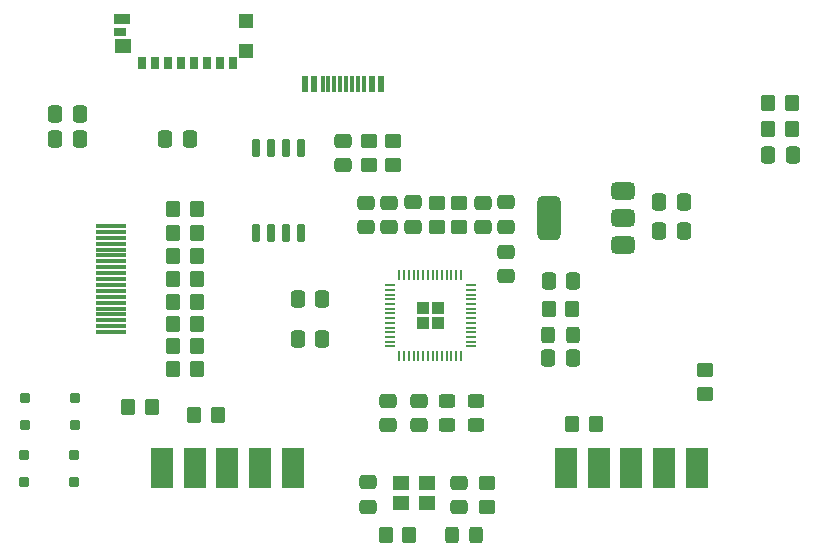
<source format=gbr>
G04 #@! TF.GenerationSoftware,KiCad,Pcbnew,8.0.4*
G04 #@! TF.CreationDate,2024-12-17T15:55:10+02:00*
G04 #@! TF.ProjectId,core,636f7265-2e6b-4696-9361-645f70636258,1.0*
G04 #@! TF.SameCoordinates,Original*
G04 #@! TF.FileFunction,Paste,Top*
G04 #@! TF.FilePolarity,Positive*
%FSLAX46Y46*%
G04 Gerber Fmt 4.6, Leading zero omitted, Abs format (unit mm)*
G04 Created by KiCad (PCBNEW 8.0.4) date 2024-12-17 15:55:10*
%MOMM*%
%LPD*%
G01*
G04 APERTURE LIST*
G04 Aperture macros list*
%AMRoundRect*
0 Rectangle with rounded corners*
0 $1 Rounding radius*
0 $2 $3 $4 $5 $6 $7 $8 $9 X,Y pos of 4 corners*
0 Add a 4 corners polygon primitive as box body*
4,1,4,$2,$3,$4,$5,$6,$7,$8,$9,$2,$3,0*
0 Add four circle primitives for the rounded corners*
1,1,$1+$1,$2,$3*
1,1,$1+$1,$4,$5*
1,1,$1+$1,$6,$7*
1,1,$1+$1,$8,$9*
0 Add four rect primitives between the rounded corners*
20,1,$1+$1,$2,$3,$4,$5,0*
20,1,$1+$1,$4,$5,$6,$7,0*
20,1,$1+$1,$6,$7,$8,$9,0*
20,1,$1+$1,$8,$9,$2,$3,0*%
G04 Aperture macros list end*
%ADD10RoundRect,0.150000X0.150000X-0.650000X0.150000X0.650000X-0.150000X0.650000X-0.150000X-0.650000X0*%
%ADD11RoundRect,0.250000X-0.292217X-0.292217X0.292217X-0.292217X0.292217X0.292217X-0.292217X0.292217X0*%
%ADD12RoundRect,0.050000X-0.387500X-0.050000X0.387500X-0.050000X0.387500X0.050000X-0.387500X0.050000X0*%
%ADD13RoundRect,0.050000X-0.050000X-0.387500X0.050000X-0.387500X0.050000X0.387500X-0.050000X0.387500X0*%
%ADD14RoundRect,0.250000X-0.337500X-0.475000X0.337500X-0.475000X0.337500X0.475000X-0.337500X0.475000X0*%
%ADD15RoundRect,0.104987X0.295013X0.295013X-0.295013X0.295013X-0.295013X-0.295013X0.295013X-0.295013X0*%
%ADD16RoundRect,0.375000X0.625000X0.375000X-0.625000X0.375000X-0.625000X-0.375000X0.625000X-0.375000X0*%
%ADD17RoundRect,0.500000X0.500000X1.400000X-0.500000X1.400000X-0.500000X-1.400000X0.500000X-1.400000X0*%
%ADD18R,1.400000X1.200000*%
%ADD19R,1.846667X3.480000*%
%ADD20RoundRect,0.250000X-0.450000X0.350000X-0.450000X-0.350000X0.450000X-0.350000X0.450000X0.350000X0*%
%ADD21RoundRect,0.250000X-0.350000X-0.450000X0.350000X-0.450000X0.350000X0.450000X-0.350000X0.450000X0*%
%ADD22RoundRect,0.250000X0.475000X-0.337500X0.475000X0.337500X-0.475000X0.337500X-0.475000X-0.337500X0*%
%ADD23RoundRect,0.250000X-0.475000X0.337500X-0.475000X-0.337500X0.475000X-0.337500X0.475000X0.337500X0*%
%ADD24R,0.600000X1.450000*%
%ADD25R,0.300000X1.450000*%
%ADD26RoundRect,0.250000X0.350000X0.450000X-0.350000X0.450000X-0.350000X-0.450000X0.350000X-0.450000X0*%
%ADD27RoundRect,0.250000X-0.325000X-0.450000X0.325000X-0.450000X0.325000X0.450000X-0.325000X0.450000X0*%
%ADD28RoundRect,0.250000X0.337500X0.475000X-0.337500X0.475000X-0.337500X-0.475000X0.337500X-0.475000X0*%
%ADD29R,1.150000X1.200000*%
%ADD30R,1.450000X1.200000*%
%ADD31R,1.000000X0.700000*%
%ADD32R,1.400000X0.900000*%
%ADD33R,0.700000X1.000000*%
%ADD34RoundRect,0.250000X0.450000X-0.350000X0.450000X0.350000X-0.450000X0.350000X-0.450000X-0.350000X0*%
%ADD35RoundRect,0.250000X-0.450000X0.325000X-0.450000X-0.325000X0.450000X-0.325000X0.450000X0.325000X0*%
%ADD36R,2.600000X0.300000*%
%ADD37RoundRect,0.250000X0.325000X0.450000X-0.325000X0.450000X-0.325000X-0.450000X0.325000X-0.450000X0*%
G04 APERTURE END LIST*
D10*
X142600000Y-67400000D03*
X143870000Y-67400000D03*
X145140000Y-67400000D03*
X146410000Y-67400000D03*
X146410000Y-60200000D03*
X145140000Y-60200000D03*
X143870000Y-60200000D03*
X142600000Y-60200000D03*
D11*
X156725000Y-73762500D03*
X156725000Y-75037500D03*
X158000000Y-73762500D03*
X158000000Y-75037500D03*
D12*
X153925000Y-71800000D03*
X153925000Y-72200000D03*
X153925000Y-72600000D03*
X153925000Y-73000000D03*
X153925000Y-73400000D03*
X153925000Y-73800000D03*
X153925000Y-74200000D03*
X153925000Y-74600000D03*
X153925000Y-75000000D03*
X153925000Y-75400000D03*
X153925000Y-75800000D03*
X153925000Y-76200000D03*
X153925000Y-76600000D03*
X153925000Y-77000000D03*
D13*
X154762500Y-77837500D03*
X155162500Y-77837500D03*
X155562500Y-77837500D03*
X155962500Y-77837500D03*
X156362500Y-77837500D03*
X156762500Y-77837500D03*
X157162500Y-77837500D03*
X157562500Y-77837500D03*
X157962500Y-77837500D03*
X158362500Y-77837500D03*
X158762500Y-77837500D03*
X159162500Y-77837500D03*
X159562500Y-77837500D03*
X159962500Y-77837500D03*
D12*
X160800000Y-77000000D03*
X160800000Y-76600000D03*
X160800000Y-76200000D03*
X160800000Y-75800000D03*
X160800000Y-75400000D03*
X160800000Y-75000000D03*
X160800000Y-74600000D03*
X160800000Y-74200000D03*
X160800000Y-73800000D03*
X160800000Y-73400000D03*
X160800000Y-73000000D03*
X160800000Y-72600000D03*
X160800000Y-72200000D03*
X160800000Y-71800000D03*
D13*
X159962500Y-70962500D03*
X159562500Y-70962500D03*
X159162500Y-70962500D03*
X158762500Y-70962500D03*
X158362500Y-70962500D03*
X157962500Y-70962500D03*
X157562500Y-70962500D03*
X157162500Y-70962500D03*
X156762500Y-70962500D03*
X156362500Y-70962500D03*
X155962500Y-70962500D03*
X155562500Y-70962500D03*
X155162500Y-70962500D03*
X154762500Y-70962500D03*
D14*
X167375000Y-77950000D03*
X169450000Y-77950000D03*
D15*
X127200000Y-88455000D03*
X122990000Y-88455000D03*
X127200000Y-86200000D03*
X122990000Y-86200000D03*
X127255000Y-83655000D03*
X123045000Y-83655000D03*
X127255000Y-81400000D03*
X123045000Y-81400000D03*
D16*
X173700000Y-68400000D03*
X173700000Y-66100000D03*
D17*
X167400000Y-66100000D03*
D16*
X173700000Y-63800000D03*
D18*
X157100000Y-88550000D03*
X154900000Y-88550000D03*
X154900000Y-90250000D03*
X157100000Y-90250000D03*
D19*
X179940000Y-87300000D03*
X177170000Y-87300000D03*
X174400000Y-87300000D03*
X171630000Y-87300000D03*
X168860000Y-87300000D03*
X134660000Y-87300000D03*
X137430000Y-87300000D03*
X140200000Y-87300000D03*
X142970000Y-87300000D03*
X145740000Y-87300000D03*
D20*
X157900000Y-64875000D03*
X157900000Y-66875000D03*
D21*
X135600000Y-65400000D03*
X137600000Y-65400000D03*
D22*
X161800000Y-66912500D03*
X161800000Y-64837500D03*
X151900000Y-66912500D03*
X151900000Y-64837500D03*
D23*
X159800000Y-88525000D03*
X159800000Y-90600000D03*
D21*
X135600000Y-73200000D03*
X137600000Y-73200000D03*
D24*
X146775000Y-54745000D03*
X147550000Y-54745000D03*
D25*
X148250000Y-54745000D03*
X148750000Y-54745000D03*
X149250000Y-54745000D03*
X149750000Y-54745000D03*
X150250000Y-54745000D03*
X150750000Y-54745000D03*
X151250000Y-54745000D03*
X151750000Y-54745000D03*
D24*
X152450000Y-54745000D03*
X153225000Y-54745000D03*
D22*
X152100000Y-90550000D03*
X152100000Y-88475000D03*
D21*
X135600000Y-75100000D03*
X137600000Y-75100000D03*
D26*
X139400000Y-82800000D03*
X137400000Y-82800000D03*
D14*
X125600000Y-59400000D03*
X127675000Y-59400000D03*
D22*
X163800000Y-71037500D03*
X163800000Y-68962500D03*
D23*
X156400000Y-81600000D03*
X156400000Y-83675000D03*
D21*
X186000000Y-58600000D03*
X188000000Y-58600000D03*
D27*
X167375000Y-76000000D03*
X169425000Y-76000000D03*
D21*
X135600000Y-71300000D03*
X137600000Y-71300000D03*
D28*
X137000000Y-59400000D03*
X134925000Y-59400000D03*
D20*
X159800000Y-64875000D03*
X159800000Y-66875000D03*
D22*
X155900000Y-66875000D03*
X155900000Y-64800000D03*
D26*
X133800000Y-82100000D03*
X131800000Y-82100000D03*
D23*
X153800000Y-81600000D03*
X153800000Y-83675000D03*
D28*
X148237500Y-73000000D03*
X146162500Y-73000000D03*
X188037500Y-60800000D03*
X185962500Y-60800000D03*
D14*
X176762500Y-67200000D03*
X178837500Y-67200000D03*
D23*
X150000000Y-59562500D03*
X150000000Y-61637500D03*
D29*
X141725000Y-51990000D03*
X141725000Y-49400000D03*
D30*
X131325000Y-51550000D03*
D31*
X131100000Y-50400000D03*
D32*
X131300000Y-49250000D03*
D33*
X132950000Y-53040000D03*
X134050000Y-53040000D03*
X135150000Y-53040000D03*
X136250000Y-53040000D03*
X137350000Y-53040000D03*
X138450000Y-53040000D03*
X139550000Y-53040000D03*
X140650000Y-53040000D03*
D21*
X169400000Y-83600000D03*
X171400000Y-83600000D03*
D34*
X152200000Y-61600000D03*
X152200000Y-59600000D03*
D35*
X161200000Y-81612500D03*
X161200000Y-83662500D03*
D36*
X130320000Y-75791000D03*
X130320000Y-75291000D03*
X130320000Y-74791000D03*
X130320000Y-74291000D03*
X130320000Y-73791000D03*
X130320000Y-73291000D03*
X130320000Y-72791000D03*
X130320000Y-72291000D03*
X130320000Y-71791000D03*
X130320000Y-71291000D03*
X130320000Y-70791000D03*
X130320000Y-70291000D03*
X130320000Y-69791000D03*
X130320000Y-69291000D03*
X130320000Y-68791000D03*
X130320000Y-68291000D03*
X130320000Y-67791000D03*
X130320000Y-67291000D03*
X130320000Y-66791000D03*
D21*
X135600000Y-67400000D03*
X137600000Y-67400000D03*
D20*
X162200000Y-88550000D03*
X162200000Y-90550000D03*
D14*
X176762500Y-64800000D03*
X178837500Y-64800000D03*
D21*
X135600000Y-69300000D03*
X137600000Y-69300000D03*
D22*
X153900000Y-66912500D03*
X153900000Y-64837500D03*
D35*
X158800000Y-81612500D03*
X158800000Y-83662500D03*
D21*
X135600000Y-78900000D03*
X137600000Y-78900000D03*
X186000000Y-56400000D03*
X188000000Y-56400000D03*
D20*
X180600000Y-79000000D03*
X180600000Y-81000000D03*
D21*
X135600000Y-77000000D03*
X137600000Y-77000000D03*
D34*
X154200000Y-61600000D03*
X154200000Y-59600000D03*
D37*
X161250000Y-93000000D03*
X159200000Y-93000000D03*
D22*
X163800000Y-66875000D03*
X163800000Y-64800000D03*
D14*
X125600000Y-57350000D03*
X127675000Y-57350000D03*
D26*
X155600000Y-93000000D03*
X153600000Y-93000000D03*
D28*
X148237500Y-76400000D03*
X146162500Y-76400000D03*
D14*
X167401000Y-71489000D03*
X169476000Y-71489000D03*
D26*
X169400000Y-73800000D03*
X167400000Y-73800000D03*
M02*

</source>
